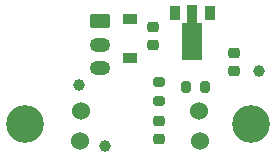
<source format=gbr>
%TF.GenerationSoftware,KiCad,Pcbnew,(6.0.11)*%
%TF.CreationDate,2023-01-29T21:23:29-06:00*%
%TF.ProjectId,Tap_Photosensor_PCB,5461705f-5068-46f7-946f-73656e736f72,rev?*%
%TF.SameCoordinates,Original*%
%TF.FileFunction,Soldermask,Top*%
%TF.FilePolarity,Negative*%
%FSLAX46Y46*%
G04 Gerber Fmt 4.6, Leading zero omitted, Abs format (unit mm)*
G04 Created by KiCad (PCBNEW (6.0.11)) date 2023-01-29 21:23:29*
%MOMM*%
%LPD*%
G01*
G04 APERTURE LIST*
G04 Aperture macros list*
%AMRoundRect*
0 Rectangle with rounded corners*
0 $1 Rounding radius*
0 $2 $3 $4 $5 $6 $7 $8 $9 X,Y pos of 4 corners*
0 Add a 4 corners polygon primitive as box body*
4,1,4,$2,$3,$4,$5,$6,$7,$8,$9,$2,$3,0*
0 Add four circle primitives for the rounded corners*
1,1,$1+$1,$2,$3*
1,1,$1+$1,$4,$5*
1,1,$1+$1,$6,$7*
1,1,$1+$1,$8,$9*
0 Add four rect primitives between the rounded corners*
20,1,$1+$1,$2,$3,$4,$5,0*
20,1,$1+$1,$4,$5,$6,$7,0*
20,1,$1+$1,$6,$7,$8,$9,0*
20,1,$1+$1,$8,$9,$2,$3,0*%
%AMFreePoly0*
4,1,9,3.862500,-0.866500,0.737500,-0.866500,0.737500,-0.450000,-0.737500,-0.450000,-0.737500,0.450000,0.737500,0.450000,0.737500,0.866500,3.862500,0.866500,3.862500,-0.866500,3.862500,-0.866500,$1*%
G04 Aperture macros list end*
%ADD10R,1.200000X0.900000*%
%ADD11RoundRect,0.218750X0.256250X-0.218750X0.256250X0.218750X-0.256250X0.218750X-0.256250X-0.218750X0*%
%ADD12RoundRect,0.250000X-0.625000X0.350000X-0.625000X-0.350000X0.625000X-0.350000X0.625000X0.350000X0*%
%ADD13O,1.750000X1.200000*%
%ADD14RoundRect,0.225000X-0.250000X0.225000X-0.250000X-0.225000X0.250000X-0.225000X0.250000X0.225000X0*%
%ADD15R,0.900000X1.300000*%
%ADD16FreePoly0,270.000000*%
%ADD17C,1.000000*%
%ADD18C,1.524000*%
%ADD19RoundRect,0.200000X-0.275000X0.200000X-0.275000X-0.200000X0.275000X-0.200000X0.275000X0.200000X0*%
%ADD20C,3.200000*%
%ADD21RoundRect,0.200000X-0.200000X-0.275000X0.200000X-0.275000X0.200000X0.275000X-0.200000X0.275000X0*%
G04 APERTURE END LIST*
D10*
%TO.C,D1*%
X111750000Y-56600000D03*
X111750000Y-59900000D03*
%TD*%
D11*
%TO.C,D2*%
X114186250Y-66787500D03*
X114186250Y-65212500D03*
%TD*%
D12*
%TO.C,J1*%
X109200000Y-56800000D03*
D13*
X109200000Y-58800000D03*
X109200000Y-60800000D03*
%TD*%
D14*
%TO.C,C2*%
X120500000Y-59475000D03*
X120500000Y-61025000D03*
%TD*%
D15*
%TO.C,U1*%
X118500000Y-56100000D03*
D16*
X117000000Y-56187500D03*
D15*
X115500000Y-56100000D03*
%TD*%
D17*
%TO.C,REF\u002A\u002A*%
X107400000Y-62200000D03*
%TD*%
D18*
%TO.C,U3*%
X117580000Y-64420000D03*
X117660000Y-66920000D03*
X107500000Y-66920000D03*
X107580000Y-64420000D03*
%TD*%
D19*
%TO.C,R3*%
X114186250Y-61925000D03*
X114186250Y-63575000D03*
%TD*%
D17*
%TO.C,REF\u002A\u002A*%
X109600000Y-67400000D03*
%TD*%
D20*
%TO.C,REF\u002A\u002A*%
X102870000Y-65500000D03*
%TD*%
D17*
%TO.C,REF\u002A\u002A*%
X122600000Y-61000000D03*
%TD*%
D20*
%TO.C,REF\u002A\u002A*%
X121930000Y-65500000D03*
%TD*%
D14*
%TO.C,C1*%
X113690000Y-57295000D03*
X113690000Y-58845000D03*
%TD*%
D21*
%TO.C,R5*%
X116425000Y-62400000D03*
X118075000Y-62400000D03*
%TD*%
M02*

</source>
